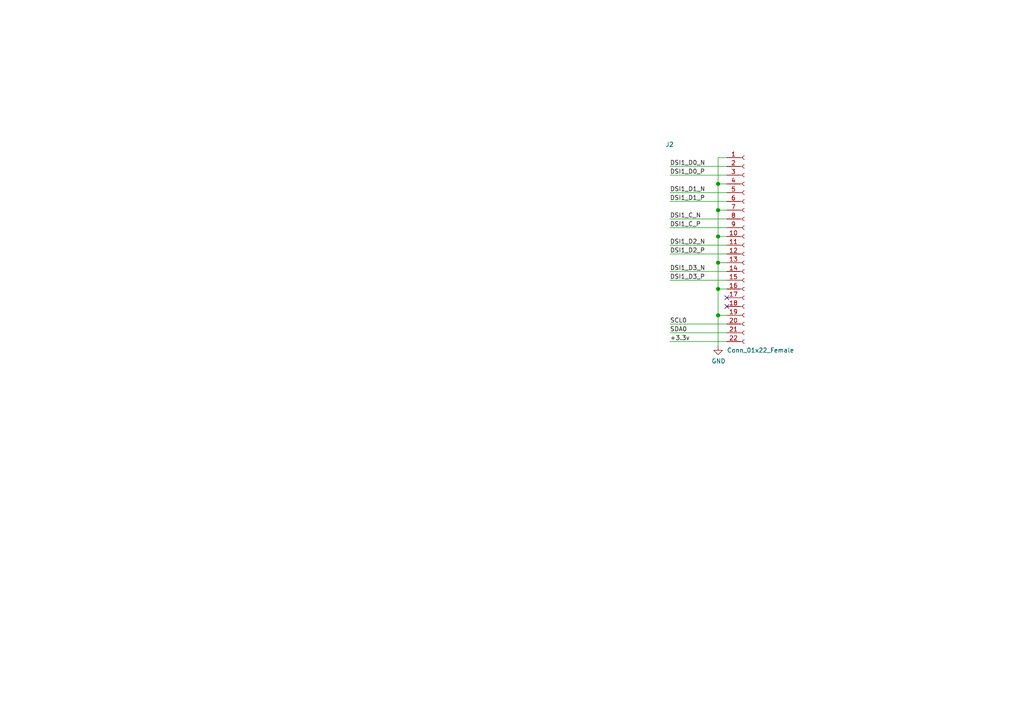
<source format=kicad_sch>
(kicad_sch (version 20210126) (generator eeschema)
  (paper "A4")
  (lib_symbols
    (symbol "Connector:Conn_01x22_Female" (pin_names (offset 1.016) hide)
      (property "Reference" "J" (at 0 27.94 0))
      (property "Value" "Conn_01x22_Female" (at 0 -30.48 0))
      (symbol "Conn_01x22_Female_1_1"
        (arc (start 0 -27.432) (end 0 -28.448) (radius (at 0 -27.94) (length 0.508) (angles 90.1 -90.1)) (stroke (width 0.1524)))
        (arc (start 0 -24.892) (end 0 -25.908) (radius (at 0 -25.4) (length 0.508) (angles 90.1 -90.1)) (stroke (width 0.1524)))
        (arc (start 0 -22.352) (end 0 -23.368) (radius (at 0 -22.86) (length 0.508) (angles 90.1 -90.1)) (stroke (width 0.1524)))
        (arc (start 0 -19.812) (end 0 -20.828) (radius (at 0 -20.32) (length 0.508) (angles 90.1 -90.1)) (stroke (width 0.1524)))
        (arc (start 0 -17.272) (end 0 -18.288) (radius (at 0 -17.78) (length 0.508) (angles 90.1 -90.1)) (stroke (width 0.1524)))
        (arc (start 0 -14.732) (end 0 -15.748) (radius (at 0 -15.24) (length 0.508) (angles 90.1 -90.1)) (stroke (width 0.1524)))
        (arc (start 0 -12.192) (end 0 -13.208) (radius (at 0 -12.7) (length 0.508) (angles 90.1 -90.1)) (stroke (width 0.1524)))
        (arc (start 0 -9.652) (end 0 -10.668) (radius (at 0 -10.16) (length 0.508) (angles 90.1 -90.1)) (stroke (width 0.1524)))
        (arc (start 0 -7.112) (end 0 -8.128) (radius (at 0 -7.62) (length 0.508) (angles 90.1 -90.1)) (stroke (width 0.1524)))
        (arc (start 0 -4.572) (end 0 -5.588) (radius (at 0 -5.08) (length 0.508) (angles 90.1 -90.1)) (stroke (width 0.1524)))
        (arc (start 0 -2.032) (end 0 -3.048) (radius (at 0 -2.54) (length 0.508) (angles 90.1 -90.1)) (stroke (width 0.1524)))
        (arc (start 0 0.508) (end 0 -0.508) (radius (at 0 0) (length 0.508) (angles 90.1 -90.1)) (stroke (width 0.1524)))
        (arc (start 0 3.048) (end 0 2.032) (radius (at 0 2.54) (length 0.508) (angles 90.1 -90.1)) (stroke (width 0.1524)))
        (arc (start 0 5.588) (end 0 4.572) (radius (at 0 5.08) (length 0.508) (angles 90.1 -90.1)) (stroke (width 0.1524)))
        (arc (start 0 8.128) (end 0 7.112) (radius (at 0 7.62) (length 0.508) (angles 90.1 -90.1)) (stroke (width 0.1524)))
        (arc (start 0 10.668) (end 0 9.652) (radius (at 0 10.16) (length 0.508) (angles 90.1 -90.1)) (stroke (width 0.1524)))
        (arc (start 0 13.208) (end 0 12.192) (radius (at 0 12.7) (length 0.508) (angles 90.1 -90.1)) (stroke (width 0.1524)))
        (arc (start 0 15.748) (end 0 14.732) (radius (at 0 15.24) (length 0.508) (angles 90.1 -90.1)) (stroke (width 0.1524)))
        (arc (start 0 18.288) (end 0 17.272) (radius (at 0 17.78) (length 0.508) (angles 90.1 -90.1)) (stroke (width 0.1524)))
        (arc (start 0 20.828) (end 0 19.812) (radius (at 0 20.32) (length 0.508) (angles 90.1 -90.1)) (stroke (width 0.1524)))
        (arc (start 0 23.368) (end 0 22.352) (radius (at 0 22.86) (length 0.508) (angles 90.1 -90.1)) (stroke (width 0.1524)))
        (arc (start 0 25.908) (end 0 24.892) (radius (at 0 25.4) (length 0.508) (angles 90.1 -90.1)) (stroke (width 0.1524)))
        (polyline (pts (xy -1.27 -27.94) (xy -0.508 -27.94)) (stroke (width 0.1524)))
        (polyline (pts (xy -1.27 -25.4) (xy -0.508 -25.4)) (stroke (width 0.1524)))
        (polyline (pts (xy -1.27 -22.86) (xy -0.508 -22.86)) (stroke (width 0.1524)))
        (polyline (pts (xy -1.27 -20.32) (xy -0.508 -20.32)) (stroke (width 0.1524)))
        (polyline (pts (xy -1.27 -17.78) (xy -0.508 -17.78)) (stroke (width 0.1524)))
        (polyline (pts (xy -1.27 -15.24) (xy -0.508 -15.24)) (stroke (width 0.1524)))
        (polyline (pts (xy -1.27 -12.7) (xy -0.508 -12.7)) (stroke (width 0.1524)))
        (polyline (pts (xy -1.27 -10.16) (xy -0.508 -10.16)) (stroke (width 0.1524)))
        (polyline (pts (xy -1.27 -7.62) (xy -0.508 -7.62)) (stroke (width 0.1524)))
        (polyline (pts (xy -1.27 -5.08) (xy -0.508 -5.08)) (stroke (width 0.1524)))
        (polyline (pts (xy -1.27 -2.54) (xy -0.508 -2.54)) (stroke (width 0.1524)))
        (polyline (pts (xy -1.27 0) (xy -0.508 0)) (stroke (width 0.1524)))
        (polyline (pts (xy -1.27 2.54) (xy -0.508 2.54)) (stroke (width 0.1524)))
        (polyline (pts (xy -1.27 5.08) (xy -0.508 5.08)) (stroke (width 0.1524)))
        (polyline (pts (xy -1.27 7.62) (xy -0.508 7.62)) (stroke (width 0.1524)))
        (polyline (pts (xy -1.27 10.16) (xy -0.508 10.16)) (stroke (width 0.1524)))
        (polyline (pts (xy -1.27 12.7) (xy -0.508 12.7)) (stroke (width 0.1524)))
        (polyline (pts (xy -1.27 15.24) (xy -0.508 15.24)) (stroke (width 0.1524)))
        (polyline (pts (xy -1.27 17.78) (xy -0.508 17.78)) (stroke (width 0.1524)))
        (polyline (pts (xy -1.27 20.32) (xy -0.508 20.32)) (stroke (width 0.1524)))
        (polyline (pts (xy -1.27 22.86) (xy -0.508 22.86)) (stroke (width 0.1524)))
        (polyline (pts (xy -1.27 25.4) (xy -0.508 25.4)) (stroke (width 0.1524)))
        (pin passive line (at -5.08 25.4 0) (length 3.81) (name "Pin_1") (number "1"))
        (pin passive line (at -5.08 2.54 0) (length 3.81) (name "Pin_10") (number "10"))
        (pin passive line (at -5.08 0 0) (length 3.81) (name "Pin_11") (number "11"))
        (pin passive line (at -5.08 -2.54 0) (length 3.81) (name "Pin_12") (number "12"))
        (pin passive line (at -5.08 -5.08 0) (length 3.81) (name "Pin_13") (number "13"))
        (pin passive line (at -5.08 -7.62 0) (length 3.81) (name "Pin_14") (number "14"))
        (pin passive line (at -5.08 -10.16 0) (length 3.81) (name "Pin_15") (number "15"))
        (pin passive line (at -5.08 -12.7 0) (length 3.81) (name "Pin_16") (number "16"))
        (pin passive line (at -5.08 -15.24 0) (length 3.81) (name "Pin_17") (number "17"))
        (pin passive line (at -5.08 -17.78 0) (length 3.81) (name "Pin_18") (number "18"))
        (pin passive line (at -5.08 -20.32 0) (length 3.81) (name "Pin_19") (number "19"))
        (pin passive line (at -5.08 22.86 0) (length 3.81) (name "Pin_2") (number "2"))
        (pin passive line (at -5.08 -22.86 0) (length 3.81) (name "Pin_20") (number "20"))
        (pin passive line (at -5.08 -25.4 0) (length 3.81) (name "Pin_21") (number "21"))
        (pin passive line (at -5.08 -27.94 0) (length 3.81) (name "Pin_22") (number "22"))
        (pin passive line (at -5.08 20.32 0) (length 3.81) (name "Pin_3") (number "3"))
        (pin passive line (at -5.08 17.78 0) (length 3.81) (name "Pin_4") (number "4"))
        (pin passive line (at -5.08 15.24 0) (length 3.81) (name "Pin_5") (number "5"))
        (pin passive line (at -5.08 12.7 0) (length 3.81) (name "Pin_6") (number "6"))
        (pin passive line (at -5.08 10.16 0) (length 3.81) (name "Pin_7") (number "7"))
        (pin passive line (at -5.08 7.62 0) (length 3.81) (name "Pin_8") (number "8"))
        (pin passive line (at -5.08 5.08 0) (length 3.81) (name "Pin_9") (number "9"))
      )
    )
    (symbol "power:GND" (power) (pin_names (offset 0))
      (property "Value" "GND" (at 0 -3.81 0))
      (symbol "GND_0_1"
        (polyline (pts (xy 0 0) (xy 0 -1.27) (xy 1.27 -1.27) (xy 0 -2.54) (xy -1.27 -1.27) (xy 0 -1.27)))
      )
      (symbol "GND_1_1"
        (pin power_in line (at 0 0 270) (length 0) hide (name "GND") (number "1"))
      )
    )
  )
  (junction (at 208.28 53.34) (diameter 1.016))
  (junction (at 208.28 60.96) (diameter 1.016))
  (junction (at 208.28 68.58) (diameter 1.016))
  (junction (at 208.28 76.2) (diameter 1.016))
  (junction (at 208.28 83.82) (diameter 1.016))
  (junction (at 208.28 91.44) (diameter 1.016))
  (no_connect (at 210.82 86.36))
  (no_connect (at 210.82 88.9))
  (wire (pts (xy 194.31 48.26) (xy 210.82 48.26)))
  (wire (pts (xy 194.31 50.8) (xy 210.82 50.8)))
  (wire (pts (xy 194.31 55.88) (xy 210.82 55.88)))
  (wire (pts (xy 194.31 58.42) (xy 210.82 58.42)))
  (wire (pts (xy 194.31 63.5) (xy 210.82 63.5)))
  (wire (pts (xy 194.31 66.04) (xy 210.82 66.04)))
  (wire (pts (xy 194.31 71.12) (xy 210.82 71.12)))
  (wire (pts (xy 194.31 73.66) (xy 210.82 73.66)))
  (wire (pts (xy 194.31 78.74) (xy 210.82 78.74)))
  (wire (pts (xy 194.31 81.28) (xy 210.82 81.28)))
  (wire (pts (xy 208.28 45.72) (xy 208.28 53.34)))
  (wire (pts (xy 208.28 53.34) (xy 208.28 60.96)))
  (wire (pts (xy 208.28 53.34) (xy 210.82 53.34)))
  (wire (pts (xy 208.28 60.96) (xy 208.28 68.58)))
  (wire (pts (xy 208.28 60.96) (xy 210.82 60.96)))
  (wire (pts (xy 208.28 68.58) (xy 208.28 76.2)))
  (wire (pts (xy 208.28 68.58) (xy 210.82 68.58)))
  (wire (pts (xy 208.28 76.2) (xy 208.28 83.82)))
  (wire (pts (xy 208.28 76.2) (xy 210.82 76.2)))
  (wire (pts (xy 208.28 83.82) (xy 208.28 91.44)))
  (wire (pts (xy 208.28 83.82) (xy 210.82 83.82)))
  (wire (pts (xy 208.28 91.44) (xy 208.28 100.33)))
  (wire (pts (xy 208.28 91.44) (xy 210.82 91.44)))
  (wire (pts (xy 210.82 45.72) (xy 208.28 45.72)))
  (wire (pts (xy 210.82 93.98) (xy 194.31 93.98)))
  (wire (pts (xy 210.82 96.52) (xy 194.31 96.52)))
  (wire (pts (xy 210.82 99.06) (xy 194.31 99.06)))
  (label "DSI1_D0_N" (at 194.31 48.26 0))
  (label "DSI1_D0_P" (at 194.31 50.8 0))
  (label "DSI1_D1_N" (at 194.31 55.88 0))
  (label "DSI1_D1_P" (at 194.31 58.42 0))
  (label "DSI1_C_N" (at 194.31 63.5 0))
  (label "DSI1_C_P" (at 194.31 66.04 0))
  (label "DSI1_D2_N" (at 194.31 71.12 0))
  (label "DSI1_D2_P" (at 194.31 73.66 0))
  (label "DSI1_D3_N" (at 194.31 78.74 0))
  (label "DSI1_D3_P" (at 194.31 81.28 0))
  (label "SCL0" (at 194.31 93.98 0))
  (label "SDA0" (at 194.31 96.52 0))
  (label "+3.3v" (at 194.31 99.06 0))
  (symbol (lib_id "power:GND") (at 208.28 100.33 0) (unit 1)
    (property "Reference" "#PWR02" (effects hide))
    (property "Value" "GND" (at 208.407 104.7242 0))
  )
  (symbol (lib_id "Connector:Conn_01x22_Female") (at 215.9 71.12 0) (unit 1)
    (property "Reference" "J2" (at 193.04 41.91 0) (effects (justify left)))
    (property "Value" "Conn_01x22_Female" (at 210.82 101.6 0) (effects (justify left)))
    (property "Footprint" "Connector_FFC-FPC:Hirose_FH12-22S-0.5SH_1x22-1MP_P0.50mm_Horizontal" (effects hide))
    (property "Field4" "Mouser" (effects hide))
    (property "Field5" "798-FH12-22S-0.5SH55" (effects hide))
    (property "Field6" "FH12-22S-0.5SH55" (effects hide))
    (property "Field7" "Hirose" (effects hide))
    (property "Part Description" "22 Position FFC, FPC Connector Contacts, Bottom 0.020\" (0.50mm) Surface Mount, Right Angle" (effects hide))
  )
)
</source>
